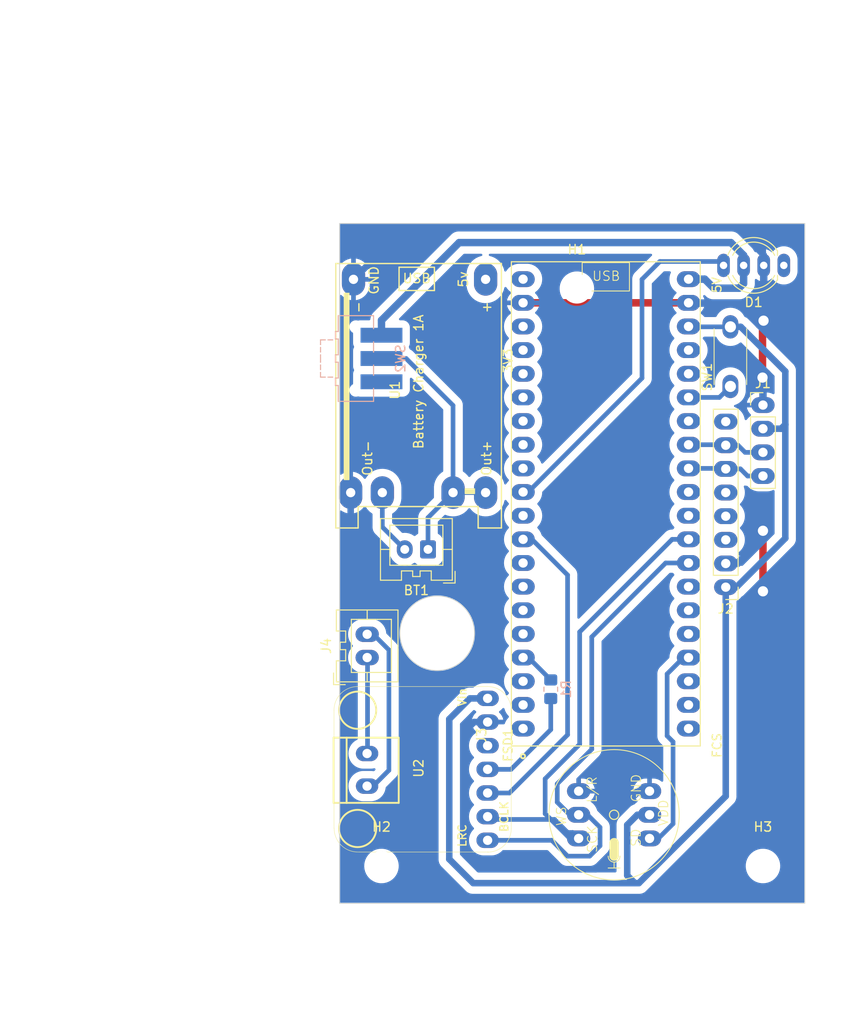
<source format=kicad_pcb>
(kicad_pcb (version 20221018) (generator pcbnew)
  (layers (0 "F.Cu" signal) (31 "B.Cu" signal) (34 "B.Paste" user) (35 "F.Paste" user) (36 "B.SilkS" user "B.Silkscreen") (37 "F.SilkS" user "F.Silkscreen") (38 "B.Mask" user) (39 "F.Mask" user) (44 "Edge.Cuts" user))
  (net 0 "")
  (net 2 "GND")
  (net 3 "+3V3")
  (net 4 "Net-(D1-DIN)")
  (net 5 "I2C_SDA")
  (net 6 "I2C_SCL")
  (net 11 "Net-(U2-GAIN)")
  (net 12 "I2S_AMP_GAIN")
  (net 20 "I2S_AMP_DATA")
  (net 31 "I2S_MIC_DATA")
  (net 35 "I2S_RLCLK")
  (net 36 "I2S_BCLK")
  (net 40 "+5V")
  (net 42 "Net-(J4-Pin_1)")
  (net 43 "Net-(J4-Pin_2)")
  (net 44 "Net-(BT1--)")
  (net 48 "Net-(J3-IO2)")
  (net 50 "Net-(BT1-+)")
  (net 51 "VBUS")
  (footprint "LED_THT:LED_D5.0mm-4_RGB_Wide_Pins" (layer "F.Cu") (at 90.24 60.5 180)
    (fp_text reference "D1" (at 3.2385 -3.96) (layer "F.SilkS"))
    (fp_text value "NeoPixel_THT")
    (fp_line (start 0.6785 -1.545) (end 0.6785 -1.08) (stroke (width 0.12)) (layer "F.SilkS"))
    (fp_line (start 0.6785 1.08) (end 0.6785 1.545) (stroke (width 0.12)) (layer "F.SilkS"))
    (fp_arc (start 0.6785 -1.54483) (mid 3.496956 -2.978809) (end 6.026315 -1.080827) (stroke (width 0.12)) (layer "F.SilkS"))
    (fp_arc (start 0.983816 -1.08) (mid 3.238262 -2.5) (end 5.492979 -1.080429) (stroke (width 0.12)) (layer "F.SilkS"))
    (fp_arc (start 5.492979 1.080429) (mid 3.238262 2.5) (end 0.983816 1.08) (stroke (width 0.12)) (layer "F.SilkS"))
    (fp_arc (start 6.026315 1.080827) (mid 3.496956 2.978808) (end 0.6785 1.54483) (stroke (width 0.12)) (layer "F.SilkS"))
    (pad "1" thru_hole oval (at 0 0 270) (size 2.5 1.35) (drill 0.8) (layers "*.Cu" "*.Mask"))
    (pad "2" thru_hole oval (at 2.159 0 270) (size 2.5 1.35) (drill 0.8) (layers "*.Cu" "*.Mask") (net 2 "GND"))
    (pad "3" thru_hole oval (at 4.318 0 270) (size 2.5 1.35) (drill 0.8) (layers "*.Cu" "*.Mask") (net 40 "+5V"))
    (pad "4" thru_hole oval (at 6.477 0 270) (size 2.5 1.35) (drill 0.8) (layers "*.Cu" "*.Mask") (net 4 "Net-(D1-DIN)"))
  )
  (footprint "mems-mic:mems-mic-round" (layer "F.Cu") (at 72 119.5 90)
    (fp_text reference "U3" hide)
    (fp_text value "mems-mic")
    (fp_text user "GND" (at 1.269999 2.966176 90 unlocked) (layer "F.SilkS") (effects (font (thickness 0.1)) (justify left bottom)))
    (fp_text user "VDD" (at -1.287056 5.892585 90 unlocked) (layer "F.SilkS") (effects (font (thickness 0.1)) (justify left bottom)))
    (fp_text user "SCK" (at -4.156642 -1.750172 90 unlocked) (layer "F.SilkS") (effects (font (thickness 0.1)) (justify left bottom)))
    (fp_text user "L/R" (at 1.213176 -1.778584 90 unlocked) (layer "F.SilkS") (effects (font (thickness 0.1)) (justify left bottom)))
    (fp_text user "SD" (at -3.503172 2.937764 90 unlocked) (layer "F.SilkS") (effects (font (thickness 0.1)) (justify left bottom)))
    (fp_text user "WS" (at -1.27 -5.08 90 unlocked) (layer "F.SilkS") (effects (font (thickness 0.1)) (justify left bottom)))
    (fp_line (start -5.715 -0.635) (end -5.715 0.635) (stroke (width 0.1)) (layer "F.SilkS"))
    (fp_line (start -5.715 0) (end -5.08 0) (stroke (width 0.1)) (layer "F.SilkS"))
    (fp_rect (start -4.525 -0.45) (end -2.99 0.45) (stroke (width 0.1)) (fill solid) (layer "F.SilkS"))
    (fp_arc (start -4.445 0.635) (mid -5.08 0) (end -4.445 -0.635) (stroke (width 0.1)) (layer "F.SilkS"))
    (fp_circle (center -4.445 0) (end -3.995 0) (stroke (width 0.1)) (fill solid) (layer "F.SilkS"))
    (fp_circle (center -2.99 0) (end -2.54 0) (stroke (width 0.1)) (fill solid) (layer "F.SilkS"))
    (fp_circle (center 0 0) (end 0.5 0) (stroke (width 0.12)) (fill none) (layer "F.SilkS"))
    (fp_circle (center 0 0) (end 7 0) (stroke (width 0.1)) (fill none) (layer "F.SilkS"))
    (pad "1" thru_hole oval (at 0 3.81 180) (size 2.5 1.7) (drill 1) (layers "*.Cu" "*.Mask") (net 3 "+3V3"))
    (pad "2" thru_hole oval (at 2.54 3.81 180) (size 2.5 1.7) (drill 1) (layers "*.Cu" "*.Mask") (net 2 "GND"))
    (pad "3" thru_hole oval (at -2.54 -3.81 180) (size 2.5 1.7) (drill 1) (layers "*.Cu" "*.Mask") (net 36 "I2S_BCLK"))
    (pad "4" thru_hole oval (at -2.54 3.81 180) (size 2.5 1.7) (drill 1) (layers "*.Cu" "*.Mask") (net 31 "I2S_MIC_DATA"))
    (pad "5" thru_hole oval (at 0 -3.81 180) (size 2.5 1.7) (drill 1) (layers "*.Cu" "*.Mask") (net 35 "I2S_RLCLK"))
    (pad "6" thru_hole oval (at 2.54 -3.81 180) (size 2.5 1.7) (drill 1) (layers "*.Cu" "*.Mask") (net 2 "GND"))
  )
  (footprint "Connector_PinHeader_2.54mm:PinHeader_1x04_P2.54mm_Vertical" (layer "F.Cu") (at 88 75.5)
    (fp_text reference "J1" (at 0 -2.33) (layer "F.SilkS"))
    (fp_text value "I2C")
    (fp_line (start -1.33 -1.33) (end 0 -1.33) (stroke (width 0.12)) (layer "F.SilkS"))
    (fp_line (start -1.33 0) (end -1.33 -1.33) (stroke (width 0.12)) (layer "F.SilkS"))
    (fp_line (start -1.33 1.27) (end -1.33 8.95) (stroke (width 0.12)) (layer "F.SilkS"))
    (fp_line (start -1.33 1.27) (end 1.33 1.27) (stroke (width 0.12)) (layer "F.SilkS"))
    (fp_line (start -1.33 8.95) (end 1.33 8.95) (stroke (width 0.12)) (layer "F.SilkS"))
    (fp_line (start 1.33 1.27) (end 1.33 8.95) (stroke (width 0.12)) (layer "F.SilkS"))
    (pad "1" thru_hole oval (at 0 0) (size 2.5 1.7) (drill 1) (layers "*.Cu" "*.Mask") (net 2 "GND"))
    (pad "2" thru_hole oval (at 0 2.54) (size 2.5 1.7) (drill 1) (layers "*.Cu" "*.Mask") (net 3 "+3V3"))
    (pad "3" thru_hole oval (at 0 5.08) (size 2.5 1.7) (drill 1) (layers "*.Cu" "*.Mask") (net 5 "I2C_SDA"))
    (pad "4" thru_hole oval (at 0 7.62) (size 2.5 1.7) (drill 1) (layers "*.Cu" "*.Mask") (net 6 "I2C_SCL"))
  )
  (footprint "MountingHole:MountingHole_3.2mm_M3" (layer "F.Cu") (at 68 63)
    (fp_text reference "H1" (at 0 -4.2) (layer "F.SilkS"))
    (fp_text value "MountingHole")
    (pad "" np_thru_hole circle (at 0 0) (size 3.2 3.2) (drill 3.2) (layers "*.Cu" "*.Mask"))
  )
  (footprint "adafruit-MAX98357:adafruit-MAX98357" (layer "F.Cu") (at 51.5 114.5 90)
    (fp_text reference "U2" (at 0 -0.5 90 unlocked) (layer "F.SilkS"))
    (fp_text value "adafruit-MAX98357")
    (fp_text user "Vin" (at 7.627 4.185 90) (layer "F.SilkS") (effects (font (size 0.8636 0.8636) (thickness 0.1524))))
    (fp_text user "BCLK" (at -5.2 8.685 90) (layer "F.SilkS") (effects (font (size 0.8636 0.8636) (thickness 0.1524))))
    (fp_text user "LRC" (at -7.232 4.185 90) (layer "F.SilkS") (effects (font (size 0.8636 0.8636) (thickness 0.1524))))
    (fp_line (start -9 -7) (end -9 6.97) (stroke (width 0.05)) (layer "F.SilkS"))
    (fp_line (start -6.47 -9.603) (end 6.23 -9.603) (stroke (width 0.05)) (layer "F.SilkS"))
    (fp_line (start -3.72 -9.647) (end -3.72 -8.247) (stroke (width 0.2032)) (layer "F.SilkS"))
    (fp_line (start -3.72 -8.247) (end -3.72 -2.647) (stroke (width 0.2032)) (layer "F.SilkS"))
    (fp_line (start -3.72 -2.647) (end 3.28 -2.647) (stroke (width 0.2032)) (layer "F.SilkS"))
    (fp_line (start 3.28 -9.647) (end -3.72 -9.647) (stroke (width 0.2032)) (layer "F.SilkS"))
    (fp_line (start 3.28 -8.247) (end -3.72 -8.247) (stroke (width 0.2032)) (layer "F.SilkS"))
    (fp_line (start 3.28 -8.247) (end 3.28 -9.647) (stroke (width 0.2032)) (layer "F.SilkS"))
    (fp_line (start 3.28 -2.647) (end 3.28 -8.247) (stroke (width 0.2032)) (layer "F.SilkS"))
    (fp_line (start 6.23 9.447) (end -6.47 9.447) (stroke (width 0.05)) (layer "F.SilkS"))
    (fp_line (start 8.77 -7.063) (end 8.77 6.907) (stroke (width 0.05)) (layer "F.SilkS"))
    (fp_arc (start -8.997238 -7.046548) (mid -8.253289 -8.842599) (end -6.457238 -9.586548) (stroke (width 0.05)) (layer "F.SilkS"))
    (fp_arc (start -6.47 9.447) (mid -8.266051 8.703051) (end -9.01 6.907) (stroke (width 0.05)) (layer "F.SilkS"))
    (fp_arc (start 6.23 -9.603) (mid 8.026051 -8.859051) (end 8.77 -7.063) (stroke (width 0.05)) (layer "F.SilkS"))
    (fp_arc (start 8.77 6.907) (mid 8.026051 8.703051) (end 6.23 9.447) (stroke (width 0.05)) (layer "F.SilkS"))
    (fp_circle (center -6.47 -7.063) (end -4.47 -7.063) (stroke (width 0.2032)) (fill none) (layer "F.SilkS"))
    (fp_circle (center 6.23 -7.063) (end 8.23 -7.063) (stroke (width 0.2032)) (fill none) (layer "F.SilkS"))
    (pad "1" thru_hole oval (at 7.5 6.907) (size 2.4 1.65) (drill 1) (layers "*.Cu" "*.Mask") (net 3 "+3V3"))
    (pad "2" thru_hole oval (at 4.96 6.907) (size 2.4 1.65) (drill 1) (layers "*.Cu" "*.Mask") (net 2 "GND"))
    (pad "3" thru_hole oval (at 2.42 6.907) (size 2.4 1.65) (drill 1) (layers "*.Cu" "*.Mask"))
    (pad "4" thru_hole oval (at -0.12 6.907) (size 2.4 1.65) (drill 1) (layers "*.Cu" "*.Mask") (net 11 "Net-(U2-GAIN)"))
    (pad "5" thru_hole oval (at -2.66 6.907) (size 2.4 1.65) (drill 1) (layers "*.Cu" "*.Mask") (net 20 "I2S_AMP_DATA"))
    (pad "6" thru_hole oval (at -5.2 6.907) (size 2.4 1.65) (drill 1) (layers "*.Cu" "*.Mask") (net 36 "I2S_BCLK"))
    (pad "7" thru_hole oval (at -7.74 6.907) (size 2.4 1.65) (drill 1) (layers "*.Cu" "*.Mask") (net 35 "I2S_RLCLK"))
    (pad "8" thru_hole oval (at -1.92 -6.047) (size 2.4 1.65) (drill 1) (layers "*.Cu" "*.Mask") (net 43 "Net-(J4-Pin_2)"))
    (pad "9" thru_hole oval (at 1.58 -6.047) (size 2.4 1.65) (drill 1) (layers "*.Cu" "*.Mask") (net 42 "Net-(J4-Pin_1)"))
  )
  (footprint "tp4056:tp4056" (layer "F.Cu") (at 51 73 -90)
    (fp_text reference "U1" (at 0.9 2.54 90) (layer "F.SilkS"))
    (fp_text value "WARNING: Switch off when Plugging in Power on the ESP")
    (fp_text user "+" (at -8 -7.29 90) (layer "F.SilkS"))
    (fp_text user "-" (at -8 6.5 90) (layer "F.SilkS"))
    (fp_text user "Battery Charger 1A" (at 0 0.01 90) (layer "F.SilkS"))
    (fp_text user "USB" (at -11.1 0.21) (layer "F.SilkS"))
    (fp_text user "5v" (at -11 -4.79 90) (layer "F.SilkS"))
    (fp_text user "Out+" (at 8.2 -7.29 90) (layer "F.SilkS"))
    (fp_text user "Out-" (at 8.2 5.5 90) (layer "F.SilkS"))
    (fp_text user "GND" (at -10.9 4.81 90) (layer "F.SilkS"))
    (fp_line (start -12.7 -8.89) (end 13.6 -8.89) (stroke (width 0.15)) (layer "F.SilkS"))
    (fp_line (start -12.7 8.91) (end -12.7 -8.89) (stroke (width 0.15)) (layer "F.SilkS"))
    (fp_line (start -12.3 -1.69) (end -9.8 -1.69) (stroke (width 0.15)) (layer "F.SilkS"))
    (fp_line (start -12.3 2.11) (end -12.3 -1.59) (stroke (width 0.15)) (layer "F.SilkS"))
    (fp_line (start -9.8 -1.69) (end -9.8 2.11) (stroke (width 0.15)) (layer "F.SilkS"))
    (fp_line (start -9.8 2.11) (end -12.3 2.11) (stroke (width 0.15)) (layer "F.SilkS"))
    (fp_line (start 13.4 -6.39) (end 13.4 6.51) (stroke (width 0.15)) (layer "F.SilkS"))
    (fp_line (start 13.4 6.51) (end 13.7 6.51) (stroke (width 0.15)) (layer "F.SilkS"))
    (fp_line (start 13.6 -8.89) (end 15.7 -8.89) (stroke (width 0.15)) (layer "F.SilkS"))
    (fp_line (start 13.6 6.51) (end 15.7 6.51) (stroke (width 0.15)) (layer "F.SilkS"))
    (fp_line (start 15.7 -8.89) (end 15.7 -6.39) (stroke (width 0.15)) (layer "F.SilkS"))
    (fp_line (start 15.7 -6.39) (end 13.4 -6.39) (stroke (width 0.15)) (layer "F.SilkS"))
    (fp_line (start 15.7 6.51) (end 15.7 6.81) (stroke (width 0.15)) (layer "F.SilkS"))
    (fp_line (start 15.7 6.81) (end 15.7 8.91) (stroke (width 0.15)) (layer "F.SilkS"))
    (fp_line (start 15.7 8.91) (end -12.7 8.91) (stroke (width 0.15)) (layer "F.SilkS"))
    (fp_rect (start -9.5 7.5) (end 10.5 8) (stroke (width 0.12)) (fill solid) (layer "F.SilkS"))
    (fp_rect (start 11.5 -6) (end 12 -5) (stroke (width 0.12)) (fill solid) (layer "F.SilkS"))
    (pad "1" thru_hole oval (at -11 -7.19 270) (size 3.5 2.5) (drill 1) (layers "*.Cu" "*.Mask") (net 51 "VBUS"))
    (pad "2" thru_hole oval (at -11 7.01 270) (size 3.5 2.5) (drill 1) (layers "*.Cu" "*.Mask") (net 2 "GND"))
    (pad "3" thru_hole oval (at 11.9 -3.69 270) (size 3.5 2.5) (drill 1) (layers "*.Cu" "*.Mask") (net 50 "Net-(BT1-+)"))
    (pad "4" thru_hole oval (at 11.9 3.91 270) (size 3.5 2.5) (drill 1) (layers "*.Cu" "*.Mask") (net 44 "Net-(BT1--)"))
    (pad "5" thru_hole oval (at 11.9 -7.19 270) (size 3.5 2.5) (drill 1) (layers "*.Cu" "*.Mask") (net 50 "Net-(BT1-+)"))
    (pad "6" thru_hole oval (at 11.9 7.31 270) (size 3.5 2.5) (drill 1) (layers "*.Cu" "*.Mask") (net 2 "GND"))
  )
  (footprint "Connector_PinHeader_2.54mm:PinHeader_1x08_P2.54mm_Vertical" (layer "F.Cu") (at 84 95.055 180)
    (fp_text reference "J2" (at 0 -2.33) (layer "F.SilkS"))
    (fp_text value "Conn_01x08")
    (fp_line (start -1.33 -1.33) (end 0 -1.33) (stroke (width 0.12)) (layer "F.SilkS"))
    (fp_line (start -1.33 0) (end -1.33 -1.33) (stroke (width 0.12)) (layer "F.SilkS"))
    (fp_line (start -1.33 1.27) (end -1.33 19.11) (stroke (width 0.12)) (layer "F.SilkS"))
    (fp_line (start -1.33 1.27) (end 1.33 1.27) (stroke (width 0.12)) (layer "F.SilkS"))
    (fp_line (start -1.33 19.11) (end 1.33 19.11) (stroke (width 0.12)) (layer "F.SilkS"))
    (fp_line (start 1.33 1.27) (end 1.33 19.11) (stroke (width 0.12)) (layer "F.SilkS"))
    (pad "1" thru_hole oval (at 0 0 180) (size 2.5 1.7) (drill 1) (layers "*.Cu" "*.Mask") (net 3 "+3V3"))
    (pad "2" thru_hole oval (at 0 2.54 180) (size 2.5 1.7) (drill 1) (layers "*.Cu" "*.Mask") (net 2 "GND"))
    (pad "3" thru_hole oval (at 0 5.08 180) (size 2.5 1.7) (drill 1) (layers "*.Cu" "*.Mask"))
    (pad "4" thru_hole oval (at 0 7.62 180) (size 2.5 1.7) (drill 1) (layers "*.Cu" "*.Mask"))
    (pad "5" thru_hole oval (at 0 10.16 180) (size 2.5 1.7) (drill 1) (layers "*.Cu" "*.Mask"))
    (pad "6" thru_hole oval (at 0 12.7 180) (size 2.5 1.7) (drill 1) (layers "*.Cu" "*.Mask") (net 6 "I2C_SCL"))
    (pad "7" thru_hole oval (at 0 15.24 180) (size 2.5 1.7) (drill 1) (layers "*.Cu" "*.Mask") (net 5 "I2C_SDA"))
    (pad "8" thru_hole oval (at 0 17.78 180) (size 2.5 1.7) (drill 1) (layers "*.Cu" "*.Mask"))
  )
  (footprint "esp32-pico-kit:esp32-pico-kit" (layer "F.Cu") (at 71.11 86.11 90)
    (fp_text reference "J3" (at -24.89 -13.3495 90) (layer "F.SilkS"))
    (fp_text value "esp32-pico-kit")
    (fp_text user "USB" (at 23.876 -1.524 unlocked) (layer "F.SilkS") (effects (font (thickness 0.1)) (justify left bottom)))
    (fp_text user "3V3" (at 15.3643 -10.506 90) (layer "F.SilkS") (effects (font (size 0.945425 0.945425))))
    (fp_text user "5V" (at 23.5064 11.9438 90) (layer "F.SilkS") (effects (font (size 0.945339 0.945339))))
    (fp_text user "FCS" (at -25.9405 11.953 90) (layer "F.SilkS") (effects (font (size 0.946071 0.946071))))
    (fp_text user "FSD1" (at -25.9215 -10.5055 90) (layer "F.SilkS") (effects (font (size 0.945378 0.945378))))
    (fp_line (start -26 -10.15) (end 26 -10.15) (stroke (width 0.127)) (layer "F.SilkS"))
    (fp_line (start -26 10.15) (end -26 -10.15) (stroke (width 0.127)) (layer "F.SilkS"))
    (fp_line (start 26 -10.15) (end 26 10.15) (stroke (width 0.127)) (layer "F.SilkS"))
    (fp_line (start 26 10.15) (end -26 10.15) (stroke (width 0.127)) (layer "F.SilkS"))
    (fp_rect (start 22.86 -2.54) (end 25.908 2.54) (stroke (width 0.1)) (fill none) (layer "F.SilkS"))
    (fp_circle (center -27.1 -8.9) (end -26.876394 -8.9) (stroke (width 0.2)) (fill none) (layer "F.SilkS"))
    (pad "J2_1" thru_hole oval (at -24.13 -8.89 180) (size 2.5 1.7) (drill 1) (layers "*.Cu" "*.Mask"))
    (pad "J2_2" thru_hole oval (at -21.59 -8.89 180) (size 2.5 1.7) (drill 1) (layers "*.Cu" "*.Mask"))
    (pad "J2_3" thru_hole oval (at -19.05 -8.89 180) (size 2.5 1.7) (drill 1) (layers "*.Cu" "*.Mask"))
    (pad "J2_4" thru_hole oval (at -16.51 -8.89 180) (size 2.5 1.7) (drill 1) (layers "*.Cu" "*.Mask") (net 12 "I2S_AMP_GAIN"))
    (pad "J2_5" thru_hole oval (at -13.97 -8.89 180) (size 2.5 1.7) (drill 1) (layers "*.Cu" "*.Mask"))
    (pad "J2_6" thru_hole oval (at -11.43 -8.89 180) (size 2.5 1.7) (drill 1) (layers "*.Cu" "*.Mask"))
    (pad "J2_7" thru_hole oval (at -8.89 -8.89 180) (size 2.5 1.7) (drill 1) (layers "*.Cu" "*.Mask"))
    (pad "J2_8" thru_hole oval (at -6.35 -8.89 180) (size 2.5 1.7) (drill 1) (layers "*.Cu" "*.Mask"))
    (pad "J2_9" thru_hole oval (at -3.81 -8.89 180) (size 2.5 1.7) (drill 1) (layers "*.Cu" "*.Mask") (net 20 "I2S_AMP_DATA"))
    (pad "J2_10" thru_hole oval (at -1.27 -8.89 180) (size 2.5 1.7) (drill 1) (layers "*.Cu" "*.Mask"))
    (pad "J2_11" thru_hole oval (at 1.27 -8.89 180) (size 2.5 1.7) (drill 1) (layers "*.Cu" "*.Mask") (net 4 "Net-(D1-DIN)"))
    (pad "J2_12" thru_hole oval (at 3.81 -8.89 180) (size 2.5 1.7) (drill 1) (layers "*.Cu" "*.Mask"))
    (pad "J2_13" thru_hole oval (at 6.35 -8.89 180) (size 2.5 1.7) (drill 1) (layers "*.Cu" "*.Mask"))
    (pad "J2_14" thru_hole oval (at 8.89 -8.89 180) (size 2.5 1.7) (drill 1) (layers "*.Cu" "*.Mask"))
    (pad "J2_15" thru_hole oval (at 11.43 -8.89 180) (size 2.5 1.7) (drill 1) (layers "*.Cu" "*.Mask"))
    (pad "J2_16" thru_hole oval (at 13.97 -8.89 180) (size 2.5 1.7) (drill 1) (layers "*.Cu" "*.Mask"))
    (pad "J2_17" thru_hole oval (at 16.51 -8.89 180) (size 2.5 1.7) (drill 1) (layers "*.Cu" "*.Mask"))
    (pad "J2_18" thru_hole oval (at 19.05 -8.89 180) (size 2.5 1.7) (drill 1) (layers "*.Cu" "*.Mask"))
    (pad "J2_19" thru_hole oval (at 21.59 -8.89 180) (size 2.5 1.7) (drill 1) (layers "*.Cu" "*.Mask") (net 2 "GND"))
    (pad "J2_20" thru_hole oval (at 24.13 -8.89 180) (size 2.5 1.7) (drill 1) (layers "*.Cu" "*.Mask"))
    (pad "J3_1" thru_hole oval (at -24.13 8.89 180) (size 2.5 1.7) (drill 1) (layers "*.Cu" "*.Mask"))
    (pad "J3_2" thru_hole oval (at -21.59 8.89 180) (size 2.5 1.7) (drill 1) (layers "*.Cu" "*.Mask"))
    (pad "J3_3" thru_hole oval (at -19.05 8.89 180) (size 2.5 1.7) (drill 1) (layers "*.Cu" "*.Mask"))
    (pad "J3_4" thru_hole oval (at -16.51 8.89 180) (size 2.5 1.7) (drill 1) (layers "*.Cu" "*.Mask") (net 31 "I2S_MIC_DATA"))
    (pad "J3_5" thru_hole oval (at -13.97 8.89 180) (size 2.5 1.7) (drill 1) (layers "*.Cu" "*.Mask"))
    (pad "J3_6" thru_hole oval (at -11.43 8.89 180) (size 2.5 1.7) (drill 1) (layers "*.Cu" "*.Mask"))
    (pad "J3_7" thru_hole oval (at -8.89 8.89 180) (size 2.5 1.7) (drill 1) (layers "*.Cu" "*.Mask"))
    (pad "J3_8" thru_hole oval (at -6.35 8.89 180) (size 2.5 1.7) (drill 1) (layers "*.Cu" "*.Mask") (net 35 "I2S_RLCLK"))
    (pad "J3_9" thru_hole oval (at -3.81 8.89 180) (size 2.5 1.7) (drill 1) (layers "*.Cu" "*.Mask") (net 36 "I2S_BCLK"))
    (pad "J3_10" thru_hole oval (at -1.27 8.89 180) (size 2.5 1.7) (drill 1) (layers "*.Cu" "*.Mask"))
    (pad "J3_11" thru_hole oval (at 1.27 8.89 180) (size 2.5 1.7) (drill 1) (layers "*.Cu" "*.Mask"))
    (pad "J3_12" thru_hole oval (at 3.81 8.89 180) (size 2.5 1.7) (drill 1) (layers "*.Cu" "*.Mask") (net 6 "I2C_SCL"))
    (pad "J3_13" thru_hole oval (at 6.35 8.89 180) (size 2.5 1.7) (drill 1) (layers "*.Cu" "*.Mask") (net 5 "I2C_SDA"))
    (pad "J3_14" thru_hole oval (at 8.89 8.89 180) (size 2.5 1.7) (drill 1) (layers "*.Cu" "*.Mask"))
    (pad "J3_15" thru_hole oval (at 11.43 8.89 180) (size 2.5 1.7) (drill 1) (layers "*.Cu" "*.Mask") (net 48 "Net-(J3-IO2)"))
    (pad "J3_16" thru_hole oval (at 13.97 8.89 180) (size 2.5 1.7) (drill 1) (layers "*.Cu" "*.Mask"))
    (pad "J3_17" thru_hole oval (at 16.51 8.89 180) (size 2.5 1.7) (drill 1) (layers "*.Cu" "*.Mask"))
    (pad "J3_18" thru_hole oval (at 19.05 8.89 180) (size 2.5 1.7) (drill 1) (layers "*.Cu" "*.Mask") (net 3 "+3V3"))
    (pad "J3_19" thru_hole oval (at 21.59 8.89 180) (size 2.5 1.7) (drill 1) (layers "*.Cu" "*.Mask") (net 2 "GND"))
    (pad "J3_20" thru_hole oval (at 24.13 8.89 180) (size 2.5 1.7) (drill 1) (layers "*.Cu" "*.Mask") (net 40 "+5V"))
  )
  (footprint "Connector_JST:JST_XA_B02B-XASK-1_1x02_P2.50mm_Vertical" (layer "F.Cu") (at 52 91 180)
    (fp_text reference "BT1" (at 1.25 -4.4) (layer "F.SilkS"))
    (fp_text value "Battery_Cell" hide)
    (fp_line (start -2.91 -3.61) (end -2.91 -2.36) (stroke (width 0.12)) (layer "F.SilkS"))
    (fp_line (start -2.61 -3.31) (end -2.61 3.31) (stroke (width 0.12)) (layer "F.SilkS"))
    (fp_line (start -2.61 0) (end -1.6 0) (stroke (width 0.12)) (layer "F.SilkS"))
    (fp_line (start -2.61 3.31) (end 5.11 3.31) (stroke (width 0.12)) (layer "F.SilkS"))
    (fp_line (start -1.66 -3.61) (end -2.91 -3.61) (stroke (width 0.12)) (layer "F.SilkS"))
    (fp_line (start -1.6 -1.7) (end -1.6 2.6) (stroke (width 0.12)) (layer "F.SilkS"))
    (fp_line (start -1.6 2.6) (end 4.1 2.6) (stroke (width 0.12)) (layer "F.SilkS"))
    (fp_line (start -0.35 -3.31) (end -2.61 -3.31) (stroke (width 0.12)) (layer "F.SilkS"))
    (fp_line (start -0.35 -2.31) (end -0.35 -3.31) (stroke (width 0.12)) (layer "F.SilkS"))
    (fp_line (start 0.85 -2.91) (end 0.85 -2.31) (stroke (width 0.12)) (layer "F.SilkS"))
    (fp_line (start 0.85 -2.31) (end -0.35 -2.31) (stroke (width 0.12)) (layer "F.SilkS"))
    (fp_line (start 1.65 -2.91) (end 0.85 -2.91) (stroke (width 0.12)) (layer "F.SilkS"))
    (fp_line (start 1.65 -2.31) (end 1.65 -2.91) (stroke (width 0.12)) (layer "F.SilkS"))
    (fp_line (start 2.85 -3.31) (end 2.85 -2.31) (stroke (width 0.12)) (layer "F.SilkS"))
    (fp_line (start 2.85 -2.31) (end 1.65 -2.31) (stroke (width 0.12)) (layer "F.SilkS"))
    (fp_line (start 4.1 -1.7) (end -1.6 -1.7) (stroke (width 0.12)) (layer "F.SilkS"))
    (fp_line (start 4.1 2.6) (end 4.1 -1.7) (stroke (width 0.12)) (layer "F.SilkS"))
    (fp_line (start 5.11 -3.31) (end 2.85 -3.31) (stroke (width 0.12)) (layer "F.SilkS"))
    (fp_line (start 5.11 0) (end 4.1 0) (stroke (width 0.12)) (layer "F.SilkS"))
    (fp_line (start 5.11 3.31) (end 5.11 -3.31) (stroke (width 0.12)) (layer "F.SilkS"))
    (pad "1" thru_hole roundrect (at 0 0 180) (size 1.7 1.95) (drill 0.95) (layers "*.Cu" "*.Mask") (roundrect_rratio 0.147059) (net 50 "Net-(BT1-+)"))
    (pad "2" thru_hole oval (at 2.5 0 180) (size 1.7 1.95) (drill 0.95) (layers "*.Cu" "*.Mask") (net 44 "Net-(BT1--)"))
  )
  (footprint "pts636:pts636" (layer "F.Cu") (at 84.5 73.5 90)
    (fp_text reference "SW1" (at 1 -2.5 90) (layer "F.SilkS"))
    (fp_text value "Transmit" hide)
    (fp_line (start 0.2 -1.75) (end 6.2 -1.75) (stroke (width 0.1)) (layer "F.SilkS"))
    (fp_line (start 0.2 1.75) (end 6.2 1.75) (stroke (width 0.1)) (layer "F.SilkS"))
    (pad "1" thru_hole oval (at 0 0 90) (size 2.5 1.7) (drill 1.2) (layers "*.Cu" "*.Mask") (net 48 "Net-(J3-IO2)"))
    (pad "2" thru_hole oval (at 6.4 0 90) (size 2.5 1.7) (drill 1.2) (layers "*.Cu" "*.Mask") (net 3 "+3V3"))
  )
  (footprint "Connector_JST:JST_XA_B02B-XASK-1_1x02_P2.50mm_Vertical" (layer "F.Cu") (at 45.462361 102.615292 90)
    (fp_text reference "J4" (at 1.25 -4.4 90) (layer "F.SilkS"))
    (fp_text value "speakers")
    (fp_line (start -2.91 -3.61) (end -2.91 -2.36) (stroke (width 0.12)) (layer "F.SilkS"))
    (fp_line (start -2.61 -3.31) (end -2.61 3.31) (stroke (width 0.12)) (layer "F.SilkS"))
    (fp_line (start -2.61 0) (end -1.6 0) (stroke (width 0.12)) (layer "F.SilkS"))
    (fp_line (start -2.61 3.31) (end 5.11 3.31) (stroke (width 0.12)) (layer "F.SilkS"))
    (fp_line (start -1.66 -3.61) (end -2.91 -3.61) (stroke (width 0.12)) (layer "F.SilkS"))
    (fp_line (start -1.6 -1.7) (end -1.6 2.6) (stroke (width 0.12)) (layer "F.SilkS"))
    (fp_line (start -1.6 2.6) (end 4.1 2.6) (stroke (width 0.12)) (layer "F.SilkS"))
    (fp_line (start -0.35 -3.31) (end -2.61 -3.31) (stroke (width 0.12)) (layer "F.SilkS"))
    (fp_line (start -0.35 -2.31) (end -0.35 -3.31) (stroke (width 0.12)) (layer "F.SilkS"))
    (fp_line (start 0.85 -2.91) (end 0.85 -2.31) (stroke (width 0.12)) (layer "F.SilkS"))
    (fp_line (start 0.85 -2.31) (end -0.35 -2.31) (stroke (width 0.12)) (layer "F.SilkS"))
    (fp_line (start 1.65 -2.91) (end 0.85 -2.91) (stroke (width 0.12)) (layer "F.SilkS"))
    (fp_line (start 1.65 -2.31) (end 1.65 -2.91) (stroke (width 0.12)) (layer "F.SilkS"))
    (fp_line (start 2.85 -3.31) (end 2.85 -2.31) (stroke (width 0.12)) (layer "F.SilkS"))
    (fp_line (start 2.85 -2.31) (end 1.65 -2.31) (stroke (width 0.12)) (layer "F.SilkS"))
    (fp_line (start 4.1 -1.7) (end -1.6 -1.7) (stroke (width 0.12)) (layer "F.SilkS"))
    (fp_line (start 4.1 2.6) (end 4.1 -1.7) (stroke (width 0.12)) (layer "F.SilkS"))
    (fp_line (start 5.11 -3.31) (end 2.85 -3.31) (stroke (width 0.12)) (layer "F.SilkS"))
    (fp_line (start 5.11 0) (end 4.1 0) (stroke (width 0.12)) (layer "F.SilkS"))
    (fp_line (start 5.11 3.31) (end 5.11 -3.31) (stroke (width 0.12)) (layer "F.SilkS"))
    (pad "1" thru_hole oval (at 0 0 180) (size 2.5 1.65) (drill 1) (layers "*.Cu" "*.Mask") (net 42 "Net-(J4-Pin_1)"))
    (pad "2" thru_hole oval (at 2.5 0 180) (size 2.5 1.65) (drill 1) (layers "*.Cu" "*.Mask") (net 43 "Net-(J4-Pin_2)"))
  )
  (footprint "MountingHole:MountingHole_3.2mm_M3" (layer "F.Cu") (at 88 125)
    (fp_text reference "H3" (at 0 -4.2) (layer "F.SilkS"))
    (fp_text value "MountingHole")
    (pad "" np_thru_hole circle (at 0 0) (size 3.2 3.2) (drill 3.2) (layers "*.Cu" "*.Mask"))
  )
  (footprint "MountingHole:MountingHole_3.2mm_M3" (layer "F.Cu") (at 47 125)
    (fp_text reference "H2" (at 0 -4.2) (layer "F.SilkS"))
    (fp_text value "MountingHole")
    (pad "" np_thru_hole circle (at 0 0) (size 3.2 3.2) (drill 3.2) (layers "*.Cu" "*.Mask"))
  )
  (footprint "Resistor_SMD:R_0805_2012Metric_Pad1.20x1.40mm_HandSolder" (layer "B.Cu") (at 65.194358 106.017582 90)
    (fp_text reference "R1" (at 0 1.65 90) (layer "B.SilkS") (effects (justify mirror)))
    (fp_text value "100k")
    (fp_line (start -0.227064 -0.735) (end 0.227064 -0.735) (stroke (width 0.12)) (layer "B.SilkS"))
    (fp_line (start -0.227064 0.735) (end 0.227064 0.735) (stroke (width 0.12)) (layer "B.SilkS"))
    (pad "1" smd roundrect (at -1 0 90) (size 1.2 1.4) (layers "B.Cu" "B.Paste" "B.Mask") (roundrect_rratio 0.208333) (net 11 "Net-(U2-GAIN)"))
    (pad "2" smd roundrect (at 1 0 90) (size 1.2 1.4) (layers "B.Cu" "B.Paste" "B.Mask") (roundrect_rratio 0.208333) (net 12 "I2S_AMP_GAIN"))
  )
  (footprint "Button_Switch_SMD:SW_SPDT_CK-JS102011SAQN" (layer "B.Cu") (at 44.25 70.5 90)
    (fp_text reference "SW2" (at 0 4.8 90) (layer "B.SilkS") (effects (justify mirror)))
    (fp_text value "POWER")
    (fp_line (start -4.6 -1.9) (end -4.6 -1.9) (stroke (width 0.12)) (layer "B.SilkS"))
    (fp_line (start -4.6 -1.9) (end -4.6 1.9) (stroke (width 0.12)) (layer "B.SilkS"))
    (fp_line (start -4.6 1.9) (end -3.2 1.9) (stroke (width 0.12)) (layer "B.SilkS"))
    (fp_line (start -2.9 -2.2) (end -2.9 -1.9) (stroke (width 0.12)) (layer "B.SilkS"))
    (fp_line (start -2.9 -1.9) (end -4.6 -1.9) (stroke (width 0.12)) (layer "B.SilkS"))
    (fp_line (start -2.1 -2.2) (end -2.9 -2.2) (stroke (width 0.12)) (layer "B.SilkS"))
    (fp_line (start -2.1 -1.9) (end -2.1 -2.2) (stroke (width 0.12)) (layer "B.SilkS"))
    (fp_line (start -2 -3.8) (end -2 -3.3) (stroke (width 0.12)) (layer "B.SilkS"))
    (fp_line (start -2 -3.8) (end -1.5 -3.8) (stroke (width 0.12)) (layer "B.SilkS"))
    (fp_line (start -2 -3.3) (end -2 -3.3) (stroke (width 0.12)) (layer "B.SilkS"))
    (fp_line (start -2 -3) (end -2 -2.5) (stroke (width 0.12)) (layer "B.SilkS"))
    (fp_line (start -2 -2.5) (end -2 -2.5) (stroke (width 0.12)) (layer "B.SilkS"))
    (fp_line (start -1.8 1.9) (end -1.8 1.9) (stroke (width 0.12)) (layer "B.SilkS"))
    (fp_line (start -1.5 -3.8) (end -1.5 -3.8) (stroke (width 0.12)) (layer "B.SilkS"))
    (fp_line (start -1.2 -3.8) (end -0.7 -3.8) (stroke (width 0.12)) (layer "B.SilkS"))
    (fp_line (start -0.7 -3.8) (end -0.7 -3.8) (stroke (width 0.12)) (layer "B.SilkS"))
    (fp_line (start -0.7 1.9) (end -1.8 1.9) (stroke (width 0.12)) (layer "B.SilkS"))
    (fp_line (start -0.4 -3.8) (end -0.4 -3.8) (stroke (width 0.12)) (layer "B.SilkS"))
    (fp_line (start -0.4 -2.2) (end -0.4 -1.9) (stroke (width 0.12)) (layer "B.SilkS"))
    (fp_line (start -0.4 -1.9) (end -2.1 -1.9) (stroke (width 0.12)) (layer "B.SilkS"))
    (fp_line (start 0.4 -3.8) (end -0.4 -3.8) (stroke (width 0.12)) (layer "B.SilkS"))
    (fp_line (start 0.4 -2.2) (end -0.4 -2.2) (stroke (width 0.12)) (layer "B.SilkS"))
    (fp_line (start 0.4 -1.9) (end 0.4 -2.2) (stroke (width 0.12)) (layer "B.SilkS"))
    (fp_line (start 0.7 -3.8) (end 0.7 -3.8) (stroke (width 0.12)) (layer "B.SilkS"))
    (fp_line (start 0.7 1.9) (end 0.7 1.9) (stroke (width 0.12)) (layer "B.SilkS"))
    (fp_line (start 1.2 -3.8) (end 0.7 -3.8) (stroke (width 0.12)) (layer "B.SilkS"))
    (fp_line (start 1.5 -3.8) (end 1.5 -3.8) (stroke (width 0.12)) (layer "B.SilkS"))
    (fp_line (start 1.8 1.9) (end 0.7 1.9) (stroke (width 0.12)) (layer "B.SilkS"))
    (fp_line (start 2 -3.8) (end 1.5 -3.8) (stroke (width 0.12)) (layer "B.SilkS"))
    (fp_line (start 2 -3.8) (end 2 -3.3) (stroke (width 0.12)) (layer "B.SilkS"))
    (fp_line (start 2 -3.3) (end 2 -3.3) (stroke (width 0.12)) (layer "B.SilkS"))
    (fp_line (start 2 -3) (end 2 -2.5) (stroke (width 0.12)) (layer "B.SilkS"))
    (fp_line (start 2 -2.5) (end 2 -2.5) (stroke (width 0.12)) (layer "B.SilkS"))
    (fp_line (start 2.1 -2.2) (end 2.1 -1.9) (stroke (width 0.12)) (layer "B.SilkS"))
    (fp_line (start 2.1 -1.9) (end 0.4 -1.9) (stroke (width 0.12)) (layer "B.SilkS"))
    (fp_line (start 2.9 -2.2) (end 2.1 -2.2) (stroke (width 0.12)) (layer "B.SilkS"))
    (fp_line (start 2.9 -1.9) (end 2.9 -2.2) (stroke (width 0.12)) (layer "B.SilkS"))
    (fp_line (start 3.2 1.9) (end 4.6 1.9) (stroke (width 0.12)) (layer "B.SilkS"))
    (fp_line (start 4.6 -1.9) (end 2.9 -1.9) (stroke (width 0.12)) (layer "B.SilkS"))
    (fp_line (start 4.6 1.9) (end 4.6 -1.9) (stroke (width 0.12)) (layer "B.SilkS"))
    (pad "" np_thru_hole circle (at -3.4 0 90) (size 0.9 0.9) (drill 0.9) (layers "F&B.Cu" "*.Mask"))
    (pad "" np_thru_hole circle (at 3.4 0 90) (size 0.9 0.9) (drill 0.9) (layers "F&B.Cu" "*.Mask"))
    (pad "1" smd rect (at -2.5 2.75 90) (size 1.6 4.5) (layers "B.Cu" "B.Paste" "B.Mask"))
    (pad "2" smd rect (at 0 2.75 90) (size 1.6 4.5) (layers "B.Cu" "B.Paste" "B.Mask") (net 50 "Net-(BT1-+)"))
    (pad "3" smd rect (at 2.5 2.75 90) (size 1.6 4.5) (layers "B.Cu" "B.Paste" "B.Mask") (net 40 "+5V"))
  )
  (gr_rect (start 42.5 56) (end 92.5 129) (stroke (width 0.1)) (fill none) (layer "Edge.Cuts"))
  (gr_circle (center 52.992098 100) (end 56.992098 100.251557) (stroke (width 0.1)) (fill none) (layer "Edge.Cuts"))
  (segment (start 88 89) (end 88 95.500006) (width 0.8) (layer "F.Cu") (net 2))
  (segment (start 62.22 64.52) (end 80 64.52) (width 0.8) (layer "F.Cu") (net 2))
  (segment (start 87.951811 66.548189) (end 88.063081 66.436919) (width 0.8) (layer "F.Cu") (net 2))
  (segment (start 87.951811 72.548189) (end 87.951811 66.548189) (width 0.8) (layer "F.Cu") (net 2))
  (via (at 88 89) (size 2.1) (drill 1.1) (layers "F.Cu" "B.Cu") (net 2))
  (via (at 88.063081 66.436919) (size 2.1) (drill 1.1) (layers "F.Cu" "B.Cu") (net 2))
  (via (at 88 95.500006) (size 2.1) (drill 1.1) (layers "F.Cu" "B.Cu") (net 2))
  (via (at 87.951811 72.548189) (size 2.1) (drill 1.1) (layers "F.Cu" "B.Cu") (net 2))
  (segment (start 52 124.12132) (end 56.21868 128.34) (width 0.7) (layer "B.Cu") (net 2))
  (segment (start 88.081 62.55) (end 88.081 60.5) (width 0.8) (layer "B.Cu") (net 2))
  (segment (start 85.192032 56.5) (end 88.081 59.388968) (width 0.7) (layer "B.Cu") (net 2))
  (segment (start 85.25 92.515) (end 88 89.765) (width 0.8) (layer "B.Cu") (net 2))
  (segment (start 70.027616 125.34) (end 57.482069 125.34) (width 0.7) (layer "B.Cu") (net 2))
  (segment (start 49.49 56.5) (end 85.192032 56.5) (width 0.7) (layer "B.Cu") (net 2))
  (segment (start 88 89.765) (end 88 89) (width 0.8) (layer "B.Cu") (net 2))
  (segment (start 56 110.5) (end 56.96 109.54) (width 0.7) (layer "B.Cu") (net 2))
  (segment (start 48.671573 93.125) (end 56.125 93.125) (width 0.7) (layer "B.Cu") (net 2))
  (segment (start 43.99 62) (end 49.49 56.5) (width 0.7) (layer "B.Cu") (net 2))
  (segment (start 80 64.52) (end 80.03 64.55) (width 0.8) (layer "B.Cu") (net 2))
  (segment (start 91.95 70.323838) (end 88.063081 66.436919) (width 0.8) (layer "B.Cu") (net 2))
  (segment (start 88.081 59.388968) (end 88.081 60.5) (width 0.7) (layer "B.Cu") (net 2))
  (segment (start 56.96 109.54) (end 58.407 109.54) (width 0.7) (layer "B.Cu") (net 2))
  (segment (start 80.03 64.55) (end 86.081 64.55) (width 0.8) (layer "B.Cu") (net 2))
  (segment (start 71.91 123.457616) (end 70.027616 125.34) (width 0.7) (layer "B.Cu") (net 2))
  (segment (start 57.482069 125.34) (end 56 123.857931) (width 0.7) (layer "B.Cu") (net 2))
  (segment (start 75.81 116.96) (end 74.66 116.96) (width 0.7) (layer "B.Cu") (net 2))
  (segment (start 84 92.515) (end 85.25 92.515) (width 0.8) (layer "B.Cu") (net 2))
  (segment (start 88 115.62132) (end 88 95.500006) (width 0.7) (layer "B.Cu") (net 2))
  (segment (start 43.69 88.143427) (end 48.671573 93.125) (width 0.7) (layer "B.Cu") (net 2))
  (segment (start 91.95 91.550006) (end 91.95 70.323838) (width 0.8) (layer "B.Cu") (net 2))
  (segment (start 56.125 93.125) (end 57.357151 94.357151) (width 0.7) (layer "B.Cu") (net 2))
  (segment (start 88 75.5) (end 88 72.596378) (width 0.8) (layer "B.Cu") (net 2))
  (segment (start 56.21868 128.34) (end 75.28132 128.34) (width 0.7) (layer "B.Cu") (net 2))
  (segment (start 71.91 119.71) (end 71.91 123.457616) (width 0.7) (layer "B.Cu") (net 2))
  (segment (start 88 72.596378) (end 87.951811 72.548189) (width 0.8) (layer "B.Cu") (net 2))
  (segment (start 43.69 84.9) (end 43.69 88.143427) (width 0.7) (layer "B.Cu") (net 2))
  (segment (start 56 123.857931) (end 56 110.5) (width 0.7) (layer "B.Cu") (net 2))
  (segment (start 74.66 116.96) (end 71.91 119.71) (width 0.7) (layer "B.Cu") (net 2))
  (segment (start 57.357151 94.357151) (end 57.357151 103.142849) (width 0.7) (layer "B.Cu") (net 2))
  (segment (start 88 95.500006) (end 91.95 91.550006) (width 0.8) (layer "B.Cu") (net 2))
  (segment (start 86.081 64.55) (end 88.081 62.55) (width 0.8) (layer "B.Cu") (net 2))
  (segment (start 75.28132 128.34) (end 88 115.62132) (width 0.7) (layer "B.Cu") (net 2))
  (segment (start 52 108.5) (end 52 124.12132) (width 0.7) (layer "B.Cu") (net 2))
  (segment (start 57.357151 103.142849) (end 52 108.5) (width 0.7) (layer "B.Cu") (net 2))
  (segment (start 74.5 119.5) (end 73.41 120.59) (width 0.7) (layer "B.Cu") (net 3))
  (segment (start 88 78.04) (end 89.95 78.04) (width 0.7) (layer "B.Cu") (net 3))
  (segment (start 84 117.5) (end 74.66 126.84) (width 0.7) (layer "B.Cu") (net 3))
  (segment (start 84 95.055) (end 84 117.5) (width 0.7) (layer "B.Cu") (net 3))
  (segment (start 74.238427 126.84) (end 56.860749 126.84) (width 0.7) (layer "B.Cu") (net 3))
  (segment (start 73.41 126.011573) (end 74.238427 126.84) (width 0.7) (layer "B.Cu") (net 3))
  (segment (start 56.860749 126.84) (end 54.28441 124.263661) (width 0.7) (layer "B.Cu") (net 3))
  (segment (start 73.41 120.59) (end 73.41 126.011573) (width 0.7) (layer "B.Cu") (net 3))
  (segment (start 90.4 77.59) (end 90.4 71.885108) (width 0.7) (layer "B.Cu") (net 3))
  (segment (start 90.4 71.885108) (end 85.614892 67.1) (width 0.7) (layer "B.Cu") (net 3))
  (segment (start 85.614892 67.1) (end 84.5 67.1) (width 0.7) (layer "B.Cu") (net 3))
  (segment (start 54.28441 109.22259) (end 56.507 107) (width 0.7) (layer "B.Cu") (net 3))
  (segment (start 90.4 77.59) (end 90.4 89.805) (width 0.7) (layer "B.Cu") (net 3))
  (segment (start 90.4 89.805) (end 85.15 95.055) (width 0.7) (layer "B.Cu") (net 3))
  (segment (start 75.81 119.5) (end 74.5 119.5) (width 0.7) (layer "B.Cu") (net 3))
  (segment (start 85.15 95.055) (end 84 95.055) (width 0.7) (layer "B.Cu") (net 3))
  (segment (start 56.507 107) (end 58.407 107) (width 0.7) (layer "B.Cu") (net 3))
  (segment (start 89.95 78.04) (end 90.4 77.59) (width 0.7) (layer "B.Cu") (net 3))
  (segment (start 84.5 67.1) (end 80.04 67.1) (width 0.5) (layer "B.Cu") (net 3))
  (segment (start 80.04 67.1) (end 80 67.06) (width 0.5) (layer "B.Cu") (net 3))
  (segment (start 54.28441 124.263661) (end 54.28441 109.22259) (width 0.7) (layer "B.Cu") (net 3))
  (segment (start 74.66 126.84) (end 74.238427 126.84) (width 0.7) (layer "B.Cu") (net 3))
  (segment (start 83.763 60.5) (end 83.343 60.08) (width 0.5) (layer "B.Cu") (net 4))
  (segment (start 75 62) (end 75 72.607006) (width 0.5) (layer "B.Cu") (net 4))
  (segment (start 62.767006 84.84) (end 62.22 84.84) (width 0.5) (layer "B.Cu") (net 4))
  (segment (start 75 72.607006) (end 62.767006 84.84) (width 0.5) (layer "B.Cu") (net 4))
  (segment (start 76.92 60.08) (end 75 62) (width 0.5) (layer "B.Cu") (net 4))
  (segment (start 83.343 60.08) (end 76.92 60.08) (width 0.5) (layer "B.Cu") (net 4))
  (segment (start 85.315 79.815) (end 86.08 80.58) (width 0.5) (layer "B.Cu") (net 5))
  (segment (start 84 79.815) (end 85.315 79.815) (width 0.5) (layer "B.Cu") (net 5))
  (segment (start 86.08 80.58) (end 88 80.58) (width 0.5) (layer "B.Cu") (net 5))
  (segment (start 80 79.76) (end 83.945 79.76) (width 0.5) (layer "B.Cu") (net 5))
  (segment (start 83.945 79.76) (end 84 79.815) (width 0.5) (layer "B.Cu") (net 5))
  (segment (start 86.346497 83.12) (end 88 83.12) (width 0.5) (layer "B.Cu") (net 6))
  (segment (start 80 82.3) (end 83.945 82.3) (width 0.5) (layer "B.Cu") (net 6))
  (segment (start 84 82.355) (end 85.581497 82.355) (width 0.5) (layer "B.Cu") (net 6))
  (segment (start 85.581497 82.355) (end 86.346497 83.12) (width 0.5) (layer "B.Cu") (net 6))
  (segment (start 83.945 82.3) (end 84 82.355) (width 0.5) (layer "B.Cu") (net 6))
  (segment (start 65.194358 107.017582) (end 65.194358 110.352648) (width 0.5) (layer "B.Cu") (net 11))
  (segment (start 60.927006 114.62) (end 58.407 114.62) (width 0.5) (layer "B.Cu") (net 11))
  (segment (start 65.194358 110.352648) (end 60.927006 114.62) (width 0.5) (layer "B.Cu") (net 11))
  (segment (start 62.796776 102.62) (end 62.22 102.62) (width 0.5) (layer "B.Cu") (net 12))
  (segment (start 65.194358 105.017582) (end 62.796776 102.62) (width 0.5) (layer "B.Cu") (net 12))
  (segment (start 63.17 89.92) (end 62.22 89.92) (width 0.5) (layer "B.Cu") (net 20))
  (segment (start 67 93.75) (end 63.17 89.92) (width 0.5) (layer "B.Cu") (net 20))
  (segment (start 58.407 117.16) (end 60.750141 117.16) (width 0.5) (layer "B.Cu") (net 20))
  (segment (start 67 110.910141) (end 67 93.75) (width 0.5) (layer "B.Cu") (net 20))
  (segment (start 60.750141 117.16) (end 67 110.910141) (width 0.5) (layer "B.Cu") (net 20))
  (segment (start 78.336497 111.663503) (end 77.7 111.027006) (width 0.5) (layer "B.Cu") (net 31))
  (segment (start 77.7 104.372994) (end 79.452994 102.62) (width 0.5) (layer "B.Cu") (net 31))
  (segment (start 78.336497 120.463503) (end 78.336497 111.663503) (width 0.5) (layer "B.Cu") (net 31))
  (segment (start 77.7 111.027006) (end 77.7 104.372994) (width 0.5) (layer "B.Cu") (net 31))
  (segment (start 76.76 122.04) (end 78.336497 120.463503) (width 0.5) (layer "B.Cu") (net 31))
  (segment (start 75.81 122.04) (end 76.76 122.04) (width 0.5) (layer "B.Cu") (net 31))
  (segment (start 79.452994 102.62) (end 80 102.62) (width 0.5) (layer "B.Cu") (net 31))
  (segment (start 70.49 122.827006) (end 70.49 120.85) (width 0.5) (layer "B.Cu") (net 35))
  (segment (start 77.54 92.46) (end 80 92.46) (width 0.5) (layer "B.Cu") (net 35))
  (segment (start 65.89 116.172994) (end 69.6 112.462994) (width 0.5) (layer "B.Cu") (net 35))
  (segment (start 69.6 112.462994) (end 69.6 100.4) (width 0.5) (layer "B.Cu") (net 35))
  (segment (start 67.24 119.5) (end 65.89 118.15) (width 0.5) (layer "B.Cu") (net 35))
  (segment (start 69.6 100.4) (end 77.54 92.46) (width 0.5) (layer "B.Cu") (net 35))
  (segment (start 69.14 119.5) (end 68.19 119.5) (width 0.5) (layer "B.Cu") (net 35))
  (segment (start 65.89 118.15) (end 65.89 116.172994) (width 0.5) (layer "B.Cu") (net 35))
  (segment (start 70.49 120.85) (end 69.14 119.5) (width 0.5) (layer "B.Cu") (net 35))
  (segment (start 67.002994 123.94) (end 69.377006 123.94) (width 0.5) (layer "B.Cu") (net 35))
  (segment (start 65.302995 122.24) (end 67.002994 123.94) (width 0.5) (layer "B.Cu") (net 35))
  (segment (start 68.19 119.5) (end 67.24 119.5) (width 0.5) (layer "B.Cu") (net 35))
  (segment (start 69.377006 123.94) (end 70.49 122.827006) (width 0.5) (layer "B.Cu") (net 35))
  (segment (start 58.407 122.24) (end 65.302995 122.24) (width 0.5) (layer "B.Cu") (net 35))
  (segment (start 67.002994 121.4) (end 67.55 121.4) (width 0.5) (layer "B.Cu") (net 36))
  (segment (start 58.407 119.7) (end 58.707 120) (width 0.5) (layer "B.Cu") (net 36))
  (segment (start 65.602994 120) (end 67.002994 121.4) (width 0.5) (layer "B.Cu") (net 36))
  (segment (start 64.59 115.634516) (end 64.59 119.39) (width 0.5) (layer "B.Cu") (net 36))
  (segment (start 78.241522 89.92) (end 68.3 99.861522) (width 0.5) (layer "B.Cu") (net 36))
  (segment (start 67.24 122.04) (end 68.19 122.04) (width 0.5) (layer "B.Cu") (net 36))
  (segment (start 68.3 111.924516) (end 64.59 115.634516) (width 0.5) (layer "B.Cu") (net 36))
  (segment (start 58.707 120) (end 65.602994 120) (width 0.5) (layer "B.Cu") (net 36))
  (segment (start 67.55 121.4) (end 68.19 122.04) (width 0.5) (layer "B.Cu") (net 36))
  (segment (start 80 89.92) (end 78.241522 89.92) (width 0.5) (layer "B.Cu") (net 36))
  (segment (start 64.59 119.39) (end 67.24 122.04) (width 0.5) (layer "B.Cu") (net 36))
  (segment (start 68.3 99.861522) (end 68.3 111.924516) (width 0.5) (layer "B.Cu") (net 36))
  (segment (start 85.922 59.422) (end 85.922 60.5) (width 0.8) (layer "B.Cu") (net 40))
  (segment (start 55.35 58.05) (end 84.55 58.05) (width 0.8) (layer "B.Cu") (net 40))
  (segment (start 85.922 62.446258) (end 85.922 60.5) (width 0.8) (layer "B.Cu") (net 40))
  (segment (start 47 66.4) (end 55.35 58.05) (width 0.8) (layer "B.Cu") (net 40))
  (segment (start 81.742742 61.98) (end 82.712742 62.95) (width 0.8) (layer "B.Cu") (net 40))
  (segment (start 47 68) (end 47 66.4) (width 0.8) (layer "B.Cu") (net 40))
  (segment (start 85.418258 62.95) (end 85.922 62.446258) (width 0.8) (layer "B.Cu") (net 40))
  (segment (start 82.712742 62.95) (end 85.418258 62.95) (width 0.8) (layer "B.Cu") (net 40))
  (segment (start 80 61.98) (end 81.742742 61.98) (width 0.8) (layer "B.Cu") (net 40))
  (segment (start 84.55 58.05) (end 85.922 59.422) (width 0.8) (layer "B.Cu") (net 40))
  (segment (start 45.5 112.873) (end 45.453 112.92) (width 0.5) (layer "B.Cu") (net 42))
  (segment (start 45.462361 102.615292) (end 45.5 102.652931) (width 0.5) (layer "B.Cu") (net 42))
  (segment (start 45.5 102.652931) (end 45.5 112.873) (width 0.5) (layer "B.Cu") (net 42))
  (segment (start 46.096141 116.42) (end 45.453 116.42) (width 0.5) (layer "B.Cu") (net 43))
  (segment (start 46.115292 100.115292) (end 47.8 101.8) (width 0.5) (layer "B.Cu") (net 43))
  (segment (start 47.8 101.8) (end 47.8 114.716141) (width 0.5) (layer "B.Cu") (net 43))
  (segment (start 45.462361 100.115292) (end 46.115292 100.115292) (width 0.5) (layer "B.Cu") (net 43))
  (segment (start 47.8 114.716141) (end 46.096141 116.42) (width 0.5) (layer "B.Cu") (net 43))
  (segment (start 47.09 88.59) (end 49.5 91) (width 0.5) (layer "B.Cu") (net 44))
  (segment (start 47.09 84.9) (end 47.09 88.59) (width 0.5) (layer "B.Cu") (net 44))
  (segment (start 83.32 74.68) (end 80 74.68) (width 0.5) (layer "B.Cu") (net 48))
  (segment (start 84.5 73.5) (end 83.32 74.68) (width 0.5) (layer "B.Cu") (net 48))
  (segment (start 54.69 84.9) (end 58.19 84.9) (width 0.5) (layer "B.Cu") (net 50))
  (segment (start 54.69 84.9) (end 54.69 75.54) (width 0.5) (layer "B.Cu") (net 50))
  (segment (start 52 87.59) (end 54.69 84.9) (width 0.5) (layer "B.Cu") (net 50))
  (segment (start 54.69 75.54) (end 49.65 70.5) (width 0.5) (layer "B.Cu") (net 50))
  (segment (start 49.65 70.5) (end 47 70.5) (width 0.5) (layer "B.Cu") (net 50))
  (segment (start 52 91) (end 52 87.59) (width 0.5) (layer "B.Cu") (net 50))
  (zone (net 2) (net_name "GND") (layer "B.Cu") (connect_pads (clearance 0.5)) (min_thickness 0.25) (fill yes (thermal_gap 0.5) (thermal_bridge_width 0.5))
    (polygon (pts (xy 6 32) (xy 98 32) (xy 98 142) (xy 6 141)))
  )
)
</source>
